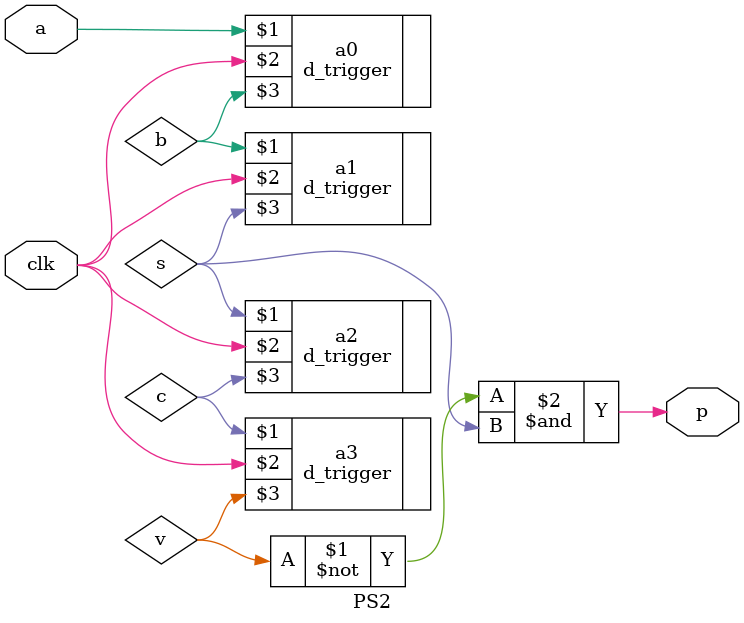
<source format=v>
`timescale 1ns / 1ps


module PS2(
    input a,
    input clk,
    output p
    );
    wire b;
    wire c;
    wire s;
    wire v;
    d_trigger a0(a,clk,b);
    d_trigger a1(b,clk,s);
    d_trigger a2(s,clk,c);
    d_trigger a3(c,clk,v);
    assign p = (~v)&s;
endmodule
</source>
